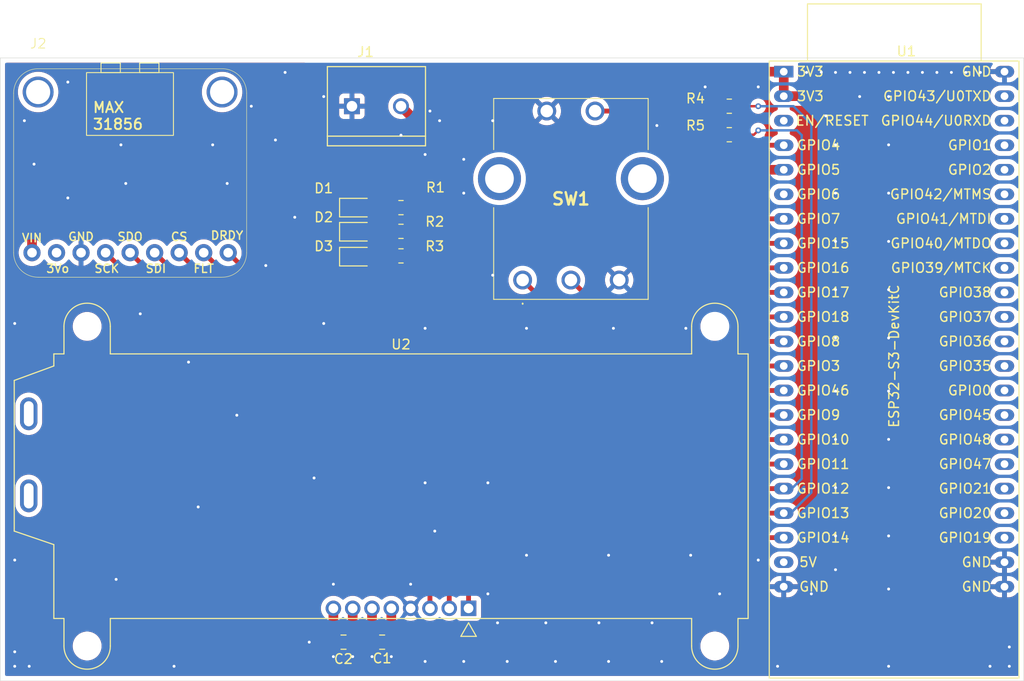
<source format=kicad_pcb>
(kicad_pcb (version 20241229) (generator "pcbnew") (generator_version "9.0")
  (title_block (title "Tube Furnace PCB") (date "2025-03-26") (rev "v2") (company "Waterloo Hacker Fab"))
  (layers (0 "F.Cu" signal) (2 "B.Cu" signal) (13 "F.Paste" user) (15 "B.Paste" user) (5 "F.SilkS" user "F.Silkscreen") (7 "B.SilkS" user "B.Silkscreen") (1 "F.Mask" user) (3 "B.Mask" user) (25 "Edge.Cuts" user))
  (net 0 "")
  (net 1 "GND")
  (net 2 "+3.3V")
  (net 3 "+5V")
  (net 4 "/SSR_PWM")
  (net 5 "Net-(D3-A)")
  (net 6 "Net-(D2-A)")
  (net 7 "Net-(D1-A)")
  (net 8 "Net-(U2-VOUT)")
  (net 9 "Net-(U2-C1+)")
  (net 10 "Net-(U2-C1-)")
  (net 13 "/SCL")
  (net 14 "/SDA")
  (net 15 "/ENC_B")
  (net 16 "/ENC_A")
  (net 17 "/ENC_SW")
  (net 18 "/MAX_SDO")
  (net 19 "/MAX_SCK")
  (net 20 "/MAX_DRDY")
  (net 21 "/MAX_3.3VOUT")
  (net 22 "/MAX_SDI")
  (net 23 "/MAX_CS")
  (net 24 "/MAX_FAULT")
  (net 25 "/DISPLAY_RST")
  (net 26 "/LED_1")
  (net 27 "/LED_2")
  (net 28 "/LED_3")
  (footprint "Diode_SMD:D_0805_2012Metric_Pad1.15x1.40mm_HandSolder" (layer "F.Cu") (at 121 76.5)
    (property "Reference" "D2" (hide yes))
    (property "Value" "LED")
    (fp_line (start -1.86 -0.96) (end -1.86 0.96) (stroke (width 0.12)) (layer "F.SilkS"))
    (fp_line (start -1.86 0.96) (end 1 0.96) (stroke (width 0.12)) (layer "F.SilkS"))
    (fp_line (start 1 -0.96) (end -1.86 -0.96) (stroke (width 0.12)) (layer "F.SilkS"))
    (pad "1" smd roundrect (at -1.025 0) (size 1.15 1.4) (layers "F.Cu" "F.Mask" "F.Paste") (roundrect_rratio 0.217391) (net 1 "GND"))
    (pad "2" smd roundrect (at 1.025 0) (size 1.15 1.4) (layers "F.Cu" "F.Mask" "F.Paste") (roundrect_rratio 0.217391) (net 6 "Net-(D2-A)"))
  )
  (footprint "phoenix_footprints:TE_282837-2" (layer "F.Cu") (at 122.96 63.5)
    (property "Reference" "J1" (at -1.127255 -5.614945 0) (layer "F.SilkS") (effects (font (size 1.002039 1.002039))))
    (property "Value" "Screw_Terminal_01x02")
    (fp_line (start -5.08 -4.1) (end 5.08 -4.1) (stroke (width 0.127)) (layer "F.SilkS"))
    (fp_line (start -5.08 3.1) (end -5.08 -4.1) (stroke (width 0.127)) (layer "F.SilkS"))
    (fp_line (start -5.08 3.1) (end 5.08 3.1) (stroke (width 0.127)) (layer "F.SilkS"))
    (fp_line (start -5.08 4.1) (end -5.08 3.1) (stroke (width 0.127)) (layer "F.SilkS"))
    (fp_line (start 5.08 -4.1) (end 5.08 3.1) (stroke (width 0.127)) (layer "F.SilkS"))
    (fp_line (start 5.08 3.1) (end 5.08 4.1) (stroke (width 0.127)) (layer "F.SilkS"))
    (fp_line (start 5.08 4.1) (end -5.08 4.1) (stroke (width 0.127)) (layer "F.SilkS"))
    (pad "1" thru_hole rect (at -2.54 0) (size 1.65 1.65) (drill 1.1) (layers "*.Cu" "*.Mask") (net 1 "GND"))
    (pad "2" thru_hole circle (at 2.54 0) (size 1.65 1.65) (drill 1.1) (layers "*.Cu" "*.Mask") (net 4 "/SSR_PWM"))
  )
  (footprint "Capacitor_SMD:C_0805_2012Metric" (layer "F.Cu") (at 123.55 119 180)
    (property "Reference" "C1" (at 0 -1.68 0) (layer "F.SilkS"))
    (property "Value" "1uF")
    (fp_line (start -0.261252 0.735) (end 0.261252 0.735) (stroke (width 0.12)) (layer "F.SilkS"))
    (fp_line (start -0.261252 -0.735) (end 0.261252 -0.735) (stroke (width 0.12)) (layer "F.SilkS"))
    (pad "1" smd roundrect (at -0.95 0 180) (size 1 1.45) (layers "F.Cu" "F.Mask" "F.Paste") (net 2 "+3.3V"))
    (pad "2" smd roundrect (at 0.95 0 180) (size 1 1.45) (layers "F.Cu" "F.Mask" "F.Paste") (net 8 "Net-(U2-VOUT)"))
  )
  (footprint "Resistor_SMD:R_0805_2012Metric_Pad1.20x1.40mm_HandSolder" (layer "F.Cu") (at 125.5 76.46 180)
    (property "Reference" "R2" (at -3.5 1 0) (layer "F.SilkS"))
    (property "Value" "220")
    (fp_line (start -0.227064 0.735) (end 0.227064 0.735) (stroke (width 0.12)) (layer "F.SilkS"))
    (fp_line (start -0.227064 -0.735) (end 0.227064 -0.735) (stroke (width 0.12)) (layer "F.SilkS"))
    (pad "1" smd roundrect (at -1 0 180) (size 1.2 1.4) (layers "F.Cu" "F.Mask" "F.Paste") (roundrect_rratio 0.208333) (net 27 "/LED_2"))
    (pad "2" smd roundrect (at 1 0 180) (size 1.2 1.4) (layers "F.Cu" "F.Mask" "F.Paste") (roundrect_rratio 0.208333) (net 6 "Net-(D2-A)"))
  )
  (footprint "Capacitor_SMD:C_0805_2012Metric" (layer "F.Cu") (at 119.55 119 180)
    (property "Reference" "C2" (at 0.008519 -1.745267 0) (layer "F.SilkS"))
    (property "Value" "1uF")
    (fp_line (start -0.261252 0.735) (end 0.261252 0.735) (stroke (width 0.12)) (layer "F.SilkS"))
    (fp_line (start -0.261252 -0.735) (end 0.261252 -0.735) (stroke (width 0.12)) (layer "F.SilkS"))
    (pad "1" smd roundrect (at -0.95 0 180) (size 1 1.45) (layers "F.Cu" "F.Mask" "F.Paste") (net 9 "Net-(U2-C1+)"))
    (pad "2" smd roundrect (at 0.95 0 180) (size 1 1.45) (layers "F.Cu" "F.Mask" "F.Paste") (net 10 "Net-(U2-C1-)"))
  )
  (footprint "Resistor_SMD:R_0805_2012Metric_Pad1.20x1.40mm_HandSolder" (layer "F.Cu") (at 125.5 79 180)
    (property "Reference" "R3" (at -3.5 1 0) (layer "F.SilkS"))
    (property "Value" "220")
    (fp_line (start -0.227064 0.735) (end 0.227064 0.735) (stroke (width 0.12)) (layer "F.SilkS"))
    (fp_line (start -0.227064 -0.735) (end 0.227064 -0.735) (stroke (width 0.12)) (layer "F.SilkS"))
    (pad "1" smd roundrect (at -1 0 180) (size 1.2 1.4) (layers "F.Cu" "F.Mask" "F.Paste") (roundrect_rratio 0.208333) (net 28 "/LED_3"))
    (pad "2" smd roundrect (at 1 0 180) (size 1.2 1.4) (layers "F.Cu" "F.Mask" "F.Paste") (roundrect_rratio 0.208333) (net 5 "Net-(D3-A)"))
  )
  (footprint "!footprints:PEC164120FS0012" (layer "F.Cu") (at 138.1 81.5)
    (property "Reference" "SW1" (at 5 -8.4 0) (layer "F.SilkS") (effects (font (size 1.27 1.27) (thickness 0.254))))
    (property "Value" "RotaryEncoder_Switch" (hide yes))
    (fp_line (start -3 -18.8) (end -3 -13.5) (stroke (width 0.1)) (layer "F.SilkS"))
    (fp_line (start -3 -7.5) (end -3 2) (stroke (width 0.1)) (layer "F.SilkS"))
    (fp_line (start -3 2) (end 13 2) (stroke (width 0.1)) (layer "F.SilkS"))
    (fp_line (start 0 2.4) (end 0 2.4) (stroke (width 0.1)) (layer "F.SilkS"))
    (fp_line (start 0 2.5) (end 0 2.5) (stroke (width 0.1)) (layer "F.SilkS"))
    (fp_line (start 13 -18.8) (end -3 -18.8) (stroke (width 0.1)) (layer "F.SilkS"))
    (fp_line (start 13 -13.5) (end 13 -18.8) (stroke (width 0.1)) (layer "F.SilkS"))
    (fp_line (start 13 2) (end 13 -7.5) (stroke (width 0.1)) (layer "F.SilkS"))
    (fp_arc (start 0 2.4) (mid 0.05 2.45) (end 0 2.5) (stroke (width 0.1)) (layer "F.SilkS"))
    (fp_arc (start 0 2.5) (mid -0.05 2.45) (end 0 2.4) (stroke (width 0.1)) (layer "F.SilkS"))
    (pad "A" thru_hole circle (at 0 0) (size 1.95 1.95) (drill 1.3) (layers "*.Cu" "*.Mask") (net 16 "/ENC_A"))
    (pad "B" thru_hole circle (at 5 0) (size 1.95 1.95) (drill 1.3) (layers "*.Cu" "*.Mask") (net 15 "/ENC_B"))
    (pad "C" thru_hole circle (at 10 0) (size 1.95 1.95) (drill 1.3) (layers "*.Cu" "*.Mask") (net 1 "GND"))
    (pad "MH1" thru_hole circle (at -2.4 -10.5) (size 4.46 4.46) (drill 2.9732) (layers "*.Cu" "*.Mask"))
    (pad "MH2" thru_hole circle (at 12.4 -10.5) (size 4.46 4.46) (drill 2.9732) (layers "*.Cu" "*.Mask"))
    (pad "S1" thru_hole circle (at 2.5 -17.5) (size 1.95 1.95) (drill 1.3) (layers "*.Cu" "*.Mask") (net 1 "GND"))
    (pad "S2" thru_hole circle (at 7.5 -17.5) (size 1.95 1.95) (drill 1.3) (layers "*.Cu" "*.Mask") (net 17 "/ENC_SW"))
  )
  (footprint "Diode_SMD:D_0805_2012Metric_Pad1.15x1.40mm_HandSolder" (layer "F.Cu") (at 121 79.08)
    (property "Reference" "D3" (hide yes))
    (property "Value" "LED")
    (fp_line (start -1.86 -0.96) (end -1.86 0.96) (stroke (width 0.12)) (layer "F.SilkS"))
    (fp_line (start -1.86 0.96) (end 1 0.96) (stroke (width 0.12)) (layer "F.SilkS"))
    (fp_line (start 1 -0.96) (end -1.86 -0.96) (stroke (width 0.12)) (layer "F.SilkS"))
    (pad "1" smd roundrect (at -1.025 0) (size 1.15 1.4) (layers "F.Cu" "F.Mask" "F.Paste") (roundrect_rratio 0.217391) (net 1 "GND"))
    (pad "2" smd roundrect (at 1.025 0) (size 1.15 1.4) (layers "F.Cu" "F.Mask" "F.Paste") (roundrect_rratio 0.217391) (net 5 "Net-(D3-A)"))
  )
  (footprint "Resistor_SMD:R_0805_2012Metric_Pad1.20x1.40mm_HandSolder" (layer "F.Cu") (at 159.5 66.45)
    (property "Reference" "R5" (at -3.5 -0.95 0) (layer "F.SilkS"))
    (property "Value" "4.7k")
    (fp_line (start -0.227064 -0.735) (end 0.227064 -0.735) (stroke (width 0.12)) (layer "F.SilkS"))
    (fp_line (start -0.227064 0.735) (end 0.227064 0.735) (stroke (width 0.12)) (layer "F.SilkS"))
    (pad "1" smd roundrect (at -1 0) (size 1.2 1.4) (layers "F.Cu" "F.Mask" "F.Paste") (roundrect_rratio 0.208333) (net 2 "+3.3V"))
    (pad "2" smd roundrect (at 1 0) (size 1.2 1.4) (layers "F.Cu" "F.Mask" "F.Paste") (roundrect_rratio 0.208333) (net 14 "/SDA"))
  )
  (footprint "Resistor_SMD:R_0805_2012Metric_Pad1.20x1.40mm_HandSolder" (layer "F.Cu") (at 159.5 63.5)
    (property "Reference" "R4" (at -3.5 -0.8 0) (layer "F.SilkS"))
    (property "Value" "4.7k")
    (fp_line (start -0.227064 -0.735) (end 0.227064 -0.735) (stroke (width 0.12)) (layer "F.SilkS"))
    (fp_line (start -0.227064 0.735) (end 0.227064 0.735) (stroke (width 0.12)) (layer "F.SilkS"))
    (pad "1" smd roundrect (at -1 0) (size 1.2 1.4) (layers "F.Cu" "F.Mask" "F.Paste") (roundrect_rratio 0.208333) (net 2 "+3.3V"))
    (pad "2" smd roundrect (at 1 0) (size 1.2 1.4) (layers "F.Cu" "F.Mask" "F.Paste") (roundrect_rratio 0.208333) (net 13 "/SCL"))
  )
  (footprint "Diode_SMD:D_0805_2012Metric_Pad1.15x1.40mm_HandSolder" (layer "F.Cu") (at 121 74)
    (property "Reference" "D1" (hide yes))
    (property "Value" "LED")
    (fp_line (start -1.86 -0.96) (end -1.86 0.96) (stroke (width 0.12)) (layer "F.SilkS"))
    (fp_line (start -1.86 0.96) (end 1 0.96) (stroke (width 0.12)) (layer "F.SilkS"))
    (fp_line (start 1 -0.96) (end -1.86 -0.96) (stroke (width 0.12)) (layer "F.SilkS"))
    (pad "1" smd roundrect (at -1.025 0) (size 1.15 1.4) (layers "F.Cu" "F.Mask" "F.Paste") (roundrect_rratio 0.217391) (net 1 "GND"))
    (pad "2" smd roundrect (at 1.025 0) (size 1.15 1.4) (layers "F.Cu" "F.Mask" "F.Paste") (roundrect_rratio 0.217391) (net 7 "Net-(D1-A)"))
  )
  (footprint "Display:NHD-C0220BiZ" (layer "F.Cu") (at 125.5 99.6)
    (property "Reference" "U2" (at 0 -11.43 0) (layer "F.SilkS"))
    (property "Value" "NHD-C0220BIZ")
    (fp_line (start -40.05 -7.7) (end -40.05 7.9) (stroke (width 0.12)) (layer "F.SilkS"))
    (fp_line (start -40.05 7.9) (end -35.95 9.3) (stroke (width 0.12)) (layer "F.SilkS"))
    (fp_line (start -35.95 -10.45) (end -35.95 -9.2) (stroke (width 0.12)) (layer "F.SilkS"))
    (fp_line (start -35.95 -9.2) (end -40.05 -7.7) (stroke (width 0.12)) (layer "F.SilkS"))
    (fp_line (start -35.95 9.3) (end -35.95 16.95) (stroke (width 0.12)) (layer "F.SilkS"))
    (fp_line (start -35.95 16.95) (end -34.9 16.95) (stroke (width 0.12)) (layer "F.SilkS"))
    (fp_line (start -34.9 -13.3) (end -34.9 -10.45) (stroke (width 0.12)) (layer "F.SilkS"))
    (fp_line (start -34.9 -10.45) (end -35.95 -10.45) (stroke (width 0.12)) (layer "F.SilkS"))
    (fp_line (start -34.9 16.95) (end -34.9 19.8) (stroke (width 0.12)) (layer "F.SilkS"))
    (fp_line (start -30.1 -10.45) (end -30.1 -13.3) (stroke (width 0.12)) (layer "F.SilkS"))
    (fp_line (start -30.1 16.95) (end 30.1 16.95) (stroke (width 0.12)) (layer "F.SilkS"))
    (fp_line (start -30.1 19.8) (end -30.1 16.95) (stroke (width 0.12)) (layer "F.SilkS"))
    (fp_line (start 6.2 18.8) (end 7 17.4) (stroke (width 0.12)) (layer "F.SilkS"))
    (fp_line (start 6.2 18.8) (end 7.8 18.8) (stroke (width 0.12)) (layer "F.SilkS"))
    (fp_line (start 7 17.4) (end 7.8 18.8) (stroke (width 0.12)) (layer "F.SilkS"))
    (fp_line (start 30.1 -13.3) (end 30.1 -10.45) (stroke (width 0.12)) (layer "F.SilkS"))
    (fp_line (start 30.1 -10.45) (end -30.1 -10.45) (stroke (width 0.12)) (layer "F.SilkS"))
    (fp_line (start 30.1 16.95) (end 30.1 19.8) (stroke (width 0.12)) (layer "F.SilkS"))
    (fp_line (start 34.9 -10.45) (end 34.9 -13.3) (stroke (width 0.12)) (layer "F.SilkS"))
    (fp_line (start 34.9 16.95) (end 35.95 16.95) (stroke (width 0.12)) (layer "F.SilkS"))
    (fp_line (start 34.9 19.8) (end 34.9 16.95) (stroke (width 0.12)) (layer "F.SilkS"))
    (fp_line (start 35.95 -10.45) (end 34.9 -10.45) (stroke (width 0.12)) (layer "F.SilkS"))
    (fp_line (start 35.95 16.95) (end 35.95 -10.45) (stroke (width 0.12)) (layer "F.SilkS"))
    (fp_arc (start -34.9 -13.3) (mid -32.5 -15.7) (end -30.1 -13.3) (stroke (width 0.12)) (layer "F.SilkS"))
    (fp_arc (start -30.1 19.8) (mid -32.5 22.2) (end -34.9 19.8) (stroke (width 0.12)) (layer "F.SilkS"))
    (fp_arc (start 30.1 -13.3) (mid 32.5 -15.7) (end 34.9 -13.3) (stroke (width 0.12)) (layer "F.SilkS"))
    (fp_arc (start 34.9 19.8) (mid 32.5 22.2) (end 30.1 19.8) (stroke (width 0.12)) (layer "F.SilkS"))
    (pad "" np_thru_hole circle (at -32.5 -13.3) (size 2.5 2.5) (drill 2.5) (layers "*.Cu" "*.Mask"))
    (pad "" np_thru_hole circle (at -32.5 19.8) (size 2.5 2.5) (drill 2.5) (layers "*.Cu" "*.Mask"))
    (pad "" np_thru_hole circle (at 32.5 -13.3) (size 2.5 2.5) (drill 2.5) (layers "*.Cu" "*.Mask"))
    (pad "" np_thru_hole circle (at 32.5 19.8) (size 2.5 2.5) (drill 2.5) (layers "*.Cu" "*.Mask"))
    (pad "1" thru_hole rect (at 7 15.9) (size 1.6 1.6) (drill 1) (layers "*.Cu" "*.Mask") (net 25 "/DISPLAY_RST"))
    (pad "2" thru_hole circle (at 5 15.9) (size 1.6 1.6) (drill 1) (layers "*.Cu" "*.Mask") (net 13 "/SCL"))
    (pad "3" thru_hole circle (at 3 15.9) (size 1.6 1.6) (drill 1) (layers "*.Cu" "*.Mask") (net 14 "/SDA"))
    (pad "4" thru_hole circle (at 1 15.9) (size 1.6 1.6) (drill 1) (layers "*.Cu" "*.Mask") (net 1 "GND"))
    (pad "5" thru_hole circle (at -1 15.9) (size 1.6 1.6) (drill 1) (layers "*.Cu" "*.Mask") (net 2 "+3.3V"))
    (pad "6" thru_hole circle (at -3 15.9) (size 1.6 1.6) (drill 1) (layers "*.Cu" "*.Mask") (net 8 "Net-(U2-VOUT)"))
    (pad "7" thru_hole circle (at -5 15.9) (size 1.6 1.6) (drill 1) (layers "*.Cu" "*.Mask") (net 9 "Net-(U2-C1+)"))
    (pad "8" thru_hole circle (at -7 15.9) (size 1.6 1.6) (drill 1) (layers "*.Cu" "*.Mask") (net 10 "Net-(U2-C1-)"))
    (pad "9" thru_hole oval (at -38.55 4.25) (size 1.8 3.4) (drill oval 1 2.6) (layers "*.Cu" "*.Mask"))
    (pad "10" thru_hole oval (at -38.55 -4.25) (size 1.8 3.4) (drill oval 1 2.6) (layers "*.Cu" "*.Mask"))
  )
  (footprint "PCM_Espressif:ESP32-S3-DevKitC" (layer "F.Cu") (at 165.14 59.92)
    (property "Reference" "U1" (at 12.7 -2.1 0) (layer "F.SilkS"))
    (property "Value" "ESP32-S3-DevKitC" (at 11.42632 29.46128 90) (layer "F.SilkS"))
    (fp_line (start -1.5 62.79728) (end 24.359999 62.79728) (stroke (width 0.12)) (layer "F.SilkS"))
    (fp_line (start -1.499999 -1.1) (end -1.5 62.79728) (stroke (width 0.12)) (layer "F.SilkS"))
    (fp_line (start 2.46012 -7.01312) (end 20.44332 -7.01312) (stroke (width 0.12)) (layer "F.SilkS"))
    (fp_line (start 2.46012 -1.12032) (end 2.46012 -7.01312) (stroke (width 0.12)) (layer "F.SilkS"))
    (fp_line (start 20.44332 -7.01312) (end 20.44332 -1.12032) (stroke (width 0.12)) (layer "F.SilkS"))
    (fp_line (start 24.359999 62.79728) (end 24.36 -1.1) (stroke (width 0.12)) (layer "F.SilkS"))
    (fp_line (start 24.36 -1.1) (end -1.499999 -1.1) (stroke (width 0.12)) (layer "F.SilkS"))
    (fp_text user "GPIO47" (at 21.59 40.64 0) (layer "F.SilkS") (effects (justify right)))
    (fp_text user "3V3" (at 1.27 0 0) (layer "F.SilkS") (effects (justify left)))
    (fp_text user "GPIO18" (at 1.27 25.4 0) (layer "F.SilkS") (effects (justify left)))
    (fp_text user "GND" (at 1.52032 53.33728 0) (layer "F.SilkS") (effects (justify left)))
    (fp_text user "GPIO12" (at 1.27 43.18 0) (layer "F.SilkS") (effects (justify left)))
    (fp_text user "GPIO11" (at 1.27 40.64 0) (layer "F.SilkS") (effects (justify left)))
    (fp_text user "GPIO48" (at 21.59 38.1 0) (layer "F.SilkS") (effects (justify right)))
    (fp_text user "GPIO2" (at 21.59 10.16 0) (layer "F.SilkS") (effects (justify right)))
    (fp_text user "GPIO36" (at 21.59 27.94 0) (layer "F.SilkS") (effects (justify right)))
    (fp_text user "3V3" (at 1.27 2.54 0) (layer "F.SilkS") (effects (justify left)))
    (fp_text user "GPIO40/MTDO" (at 21.59 17.78 0) (layer "F.SilkS") (effects (justify right)))
    (fp_text user "GPIO9" (at 1.27 35.56 0) (layer "F.SilkS") (effects (justify left)))
    (fp_text user "GND" (at 21.59 50.8 0) (layer "F.SilkS") (effects (justify right)))
    (fp_text user "GPIO17" (at 1.27 22.86 0) (layer "F.SilkS") (effects (justify left)))
    (fp_text user "GPIO21" (at 21.59 43.18 0) (layer "F.SilkS") (effects (justify right)))
    (fp_text user "GPIO6" (at 1.27 12.7 0) (layer "F.SilkS") (effects (justify left)))
    (fp_text user "GPIO5" (at 1.27 10.16 0) (layer "F.SilkS") (effects (justify left)))
    (fp_text user "GPIO19" (at 21.59 48.26 0) (layer "F.SilkS") (effects (justify right)))
    (fp_text user "GPIO37" (at 21.59 25.4 0) (layer "F.SilkS") (effects (justify right)))
    (fp_text user "GPIO20" (at 21.59 45.72 0) (layer "F.SilkS") (effects (justify right)))
    (fp_text user "GPIO38" (at 21.59 22.86 0) (layer "F.SilkS") (effects (justify right)))
    (fp_text user "GPIO7" (at 1.27 15.24 0) (layer "F.SilkS") (effects (justify left)))
    (fp_text user "GPIO39/MTCK" (at 21.59 20.32 0) (layer "F.SilkS") (effects (justify right)))
    (fp_text user "5V" (at 1.52032 50.79728 0) (layer "F.SilkS") (effects (justify left)))
    (fp_text user "GPIO44/U0RXD" (at 21.59 5.08 0) (layer "F.SilkS") (effects (justify right)))
    (fp_text user "GPIO0" (at 21.59 33.02 0) (layer "F.SilkS") (effects (justify right)))
    (fp_text user "GND" (at 21.59 0 0) (layer "F.SilkS") (effects (justify right)))
    (fp_text user "GPIO42/MTMS" (at 21.59 12.7 0) (layer "F.SilkS") (effects (justify right)))
    (fp_text user "GPIO4" (at 1.27 7.62 0) (layer "F.SilkS") (effects (justify left)))
    (fp_text user "GPIO10" (at 1.27 38.1 0) (layer "F.SilkS") (effects (justify left)))
    (fp_text user "GPIO13" (at 1.27 45.72 0) (layer "F.SilkS") (effects (justify left)))
    (fp_text user "GPIO46" (at 1.27 33.02 0) (layer "F.SilkS") (effects (justify left)))
    (fp_text user "GPIO8" (at 1.27 27.94 0) (layer "F.SilkS") (effects (justify left)))
    (fp_text user "GPIO41/MTDI" (at 21.59 15.24 0) (layer "F.SilkS") (effects (justify right)))
    (fp_text user "GPIO15" (at 1.27 17.78 0) (layer "F.SilkS") (effects (justify left)))
    (fp_text user "GPIO35" (at 21.59 30.48 0) (layer "F.SilkS") (effects (justify right)))
    (fp_text user "GND" (at 21.59 53.34 0) (layer "F.SilkS") (effects (justify right)))
    (fp_text user "GPIO14" (at 1.27 48.26 0) (layer "F.SilkS") (effects (justify left)))
    (fp_text user "GPIO1" (at 21.59 7.62 0) (layer "F.SilkS") (effects (justify right)))
    (fp_text user "GPIO43/U0TXD" (at 21.59 2.54 0) (layer "F.SilkS") (effects (justify right)))
    (fp_text user "GPIO45" (at 21.59 35.56 0) (layer "F.SilkS") (effects (justify right)))
    (fp_text user "GPIO16" (at 1.27 20.32 0) (layer "F.SilkS") (effects (justify left)))
    (fp_text user "GPIO3" (at 1.27 30.48 0) (layer "F.SilkS") (effects (justify left)))
    (fp_text user "EN/RESET" (at 8.88632 5.07728 0) (layer "F.SilkS") (effects (justify right)))
    (pad "1" thru_hole rect (at 0 0 270) (size 1.2 2) (drill 0.8) (layers "*.Cu" "*.Mask") (net 2 "+3.3V"))
    (pad "2" thru_hole oval (at 0 2.54 270) (size 1.2 2) (drill 0.8) (layers "*.Cu" "*.Mask") (net 2 "+3.3V"))
    (pad "3" thru_hole oval (at 0 5.08 270) (size 1.2 2) (drill 0.8) (layers "*.Cu" "*.Mask"))
    (pad "4" thru_hole oval (at 0 7.62 270) (size 1.2 2) (drill 0.8) (layers "*.Cu" "*.Mask") (net 17 "/ENC_SW"))
    (pad "5" thru_hole oval (at 0 10.16 270) (size 1.2 2) (drill 0.8) (layers "*.Cu" "*.Mask") (net 4 "/SSR_PWM"))
    (pad "6" thru_hole oval (at 0 12.7 270) (size 1.2 2) (drill 0.8) (layers "*.Cu" "*.Mask"))
    (pad "7" thru_hole oval (at 0 15.24 270) (size 1.2 2) (drill 0.8) (layers "*.Cu" "*.Mask") (net 26 "/LED_1"))
    (pad "8" thru_hole oval (at 0 17.78 270) (size 1.2 2) (drill 0.8) (layers "*.Cu" "*.Mask") (net 27 "/LED_2"))
    (pad "9" thru_hole oval (at 0 20.32 270) (size 1.2 2) (drill 0.8) (layers "*.Cu" "*.Mask") (net 28 "/LED_3"))
    (pad "10" thru_hole oval (at 0 22.86 270) (size 1.2 2) (drill 0.8) (layers "*.Cu" "*.Mask") (net 15 "/ENC_B"))
    (pad "11" thru_hole oval (at 0 25.4 270) (size 1.2 2) (drill 0.8) (layers "*.Cu" "*.Mask") (net 16 "/ENC_A"))
    (pad "12" thru_hole oval (at 0 27.94 270) (size 1.2 2) (drill 0.8) (layers "*.Cu" "*.Mask") (net 20 "/MAX_DRDY"))
    (pad "13" thru_hole oval (at 0 30.48 270) (size 1.2 2) (drill 0.8) (layers "*.Cu" "*.Mask") (net 24 "/MAX_FAULT"))
    (pad "14" thru_hole oval (at 0 33.02 270) (size 1.2 2) (drill 0.8) (layers "*.Cu" "*.Mask") (net 23 "/MAX_CS"))
    (pad "15" thru_hole oval (at 0 35.56 270) (size 1.2 2) (drill 0.8) (layers "*.Cu" "*.Mask") (net 22 "/MAX_SDI"))
    (pad "16" thru_hole oval (at 0 38.1 270) (size 1.2 2) (drill 0.8) (layers "*.Cu" "*.Mask") (net 18 "/MAX_SDO"))
    (pad "17" thru_hole oval (at 0 40.64 270) (size 1.2 2) (drill 0.8) (layers "*.Cu" "*.Mask") (net 19 "/MAX_SCK"))
    (pad "18" thru_hole oval (at 0 43.18 270) (size 1.2 2) (drill 0.8) (layers "*.Cu" "*.Mask") (net 14 "/SDA"))
    (pad "19" thru_hole oval (at 0 45.72 270) (size 1.2 2) (drill 0.8) (layers "*.Cu" "*.Mask") (net 13 "/SCL"))
    (pad "20" thru_hole oval (at -0.00368 48.25728 270) (size 1.2 2) (drill 0.8) (layers "*.Cu" "*.Mask") (net 25 "/DISPLAY_RST"))
    (pad "21" thru_hole oval (at -0.00368 50.79728 270) (size 1.2 2) (drill 0.8) (layers "*.Cu" "*.Mask") (net 3 "+5V"))
    (pad "22" thru_hole oval (at -0.00368 53.33728 270) (size 1.2 2) (drill 0.8) (layers "*.Cu" "*.Mask") (net 1 "GND"))
    (pad "23" thru_hole oval (at 22.86 53.34 270) (size 1.2 2) (drill 0.8) (layers "*.Cu" "*.Mask") (net 1 "GND"))
    (pad "24" thru_hole oval (at 22.86 50.8 270) (size 1.2 2) (drill 0.8) (layers "*.Cu" "*.Mask") (net 1 "GND"))
    (pad "25" thru_hole oval (at 22.86 48.26 270) (size 1.2 2) (drill 0.8) (layers "*.Cu" "*.Mask"))
    (pad "26" thru_hole oval (at 22.86 45.72 270) (size 1.2 2) (drill 0.8) (layers "*.Cu" "*.Mask"))
    (pad "27" thru_hole oval (at 22.86 43.18 270) (size 1.2 2) (drill 0.8) (layers "*.Cu" "*.Mask"))
    (pad "28" thru_hole oval (at 22.86 40.64 270) (size 1.2 2) (drill 0.8) (layers "*.Cu" "*.Mask"))
    (pad "29" thru_hole oval (at 22.86 38.1 270) (size 1.2 2) (drill 0.8) (layers "*.Cu" "*.Mask"))
    (pad "30" thru_hole oval (at 22.86 35.56 270) (size 1.2 2) (drill 0.8) (layers "*.Cu" "*.Mask"))
    (pad "31" thru_hole oval (at 22.86 33.02 270) (size 1.2 2) (drill 0.8) (layers "*.Cu" "*.Mask"))
    (pad "32" thru_hole oval (at 22.86 30.48 270) (size 1.2 2) (drill 0.8) (layers "*.Cu" "*.Mask"))
    (pad "33" thru_hole oval (at 22.86 27.94 270) (size 1.2 2) (drill 0.8) (layers "*.Cu" "*.Mask"))
    (pad "34" thru_hole oval (at 22.86 25.4 270) (size 1.2 2) (drill 0.8) (layers "*.Cu" "*.Mask"))
    (pad "35" thru_hole oval (at 22.86 22.86 270) (size 1.2 2) (drill 0.8) (layers "*.Cu" "*.Mask"))
    (pad "36" thru_hole oval (at 22.86 20.32 270) (size 1.2 2) (drill 0.8) (layers "*.Cu" "*.Mask"))
    (pad "37" thru_hole oval (at 22.86 17.78 270) (size 1.2 2) (drill 0.8) (layers "*.Cu" "*.Mask"))
    (pad "38" thru_hole oval (at 22.86 15.24 270) (size 1.2 2) (drill 0.8) (layers "*.Cu" "*.Mask"))
    (pad "39" thru_hole oval (at 22.86 12.7 270) (size 1.2 2) (drill 0.8) (layers "*.Cu" "*.Mask"))
    (pad "40" thru_hole oval (at 22.86 10.16 270) (size 1.2 2) (drill 0.8) (layers "*.Cu" "*.Mask"))
    (pad "41" thru_hole oval (at 22.86 7.62 270) (size 1.2 2) (drill 0.8) (layers "*.Cu" "*.Mask"))
    (pad "42" thru_hole oval (at 22.86 5.08 270) (size 1.2 2) (drill 0.8) (layers "*.Cu" "*.Mask"))
    (pad "43" thru_hole oval (at 22.86 2.54 270) (size 1.2 2) (drill 0.8) (layers "*.Cu" "*.Mask"))
    (pad "44" thru_hole oval (at 22.86 0 270) (size 1.2 2) (drill 0.8) (layers "*.Cu" "*.Mask") (net 1 "GND"))
  )
  (footprint "!footprints:MAX31856_HEADER" (layer "F.Cu") (at 87.936314 62.019686)
    (property "Reference" "J2" (at 0 -5 0) (layer "F.SilkS") (effects (font (thickness 0.1))))
    (property "Value" "Conn_01x09_Socket")
    (fp_line (start -2.551314 16.648314) (end -2.551314 0.138314) (stroke (width 0.05)) (layer "F.SilkS"))
    (fp_line (start -0.011314 -2.401686) (end 19.038686 -2.401686) (stroke (width 0.05)) (layer "F.SilkS"))
    (fp_line (start 19.012586 19.191516) (end -0.037414 19.191516) (stroke (width 0.05)) (layer "F.SilkS"))
    (fp_line (start 21.578686 0.138314) (end 21.578686 16.648314) (stroke (width 0.05)) (layer "F.SilkS"))
    (fp_rect (start 5 -2) (end 14 4.5) (stroke (width 0.1)) (fill no) (layer "F.SilkS"))
    (fp_rect (start 6.5 -3) (end 8.5 -2) (stroke (width 0.1)) (fill no) (layer "F.SilkS"))
    (fp_rect (start 10.5 -3) (end 12.5 -2) (stroke (width 0.1)) (fill no) (layer "F.SilkS"))
    (fp_arc (start -2.551314 0.138314) (mid -1.807365 -1.657737) (end -0.011314 -2.401686) (stroke (width 0.05)) (layer "F.SilkS"))
    (fp_arc (start -0.011314 19.188314) (mid -1.807365 18.444365) (end -2.551314 16.648314) (stroke (width 0.05)) (layer "F.SilkS"))
    (fp_arc (start 19.038686 -2.401686) (mid 20.834741 -1.657741) (end 21.578686 0.138314) (stroke (width 0.05)) (layer "F.SilkS"))
    (fp_arc (start 21.578686 16.648314) (mid 20.834736 18.444361) (end 19.038686 19.188314) (stroke (width 0.05)) (layer "F.SilkS"))
    (fp_text user "SCK" (at 7.100686 18.299314 0) (layer "F.SilkS") (effects (font (size 0.8636 0.8636) (thickness 0.1524))))
    (fp_text user "SDI" (at 12.180686 18.299314 0) (layer "F.SilkS") (effects (font (size 0.8636 0.8636) (thickness 0.1524))))
    (fp_text user "GND" (at 4.433686 14.997314 0) (layer "F.SilkS") (effects (font (size 0.8636 0.8636) (thickness 0.1524))))
    (fp_text user "FLT" (at 17.133686 18.299314 0) (layer "F.SilkS") (effects (font (size 0.8636 0.8636) (thickness 0.1524))))
    (fp_text user "3Vo" (at 2.020686 18.299314 0) (layer "F.SilkS") (effects (font (size 0.8636 0.8636) (thickness 0.1524))))
    (fp_text user "CS" (at 14.593686 14.997314 0) (layer "F.SilkS") (effects (font (size 0.8636 0.8636) (thickness 0.1524))))
    (fp_text user "SDO" (at 9.513686 14.997314 0) (layer "F.SilkS") (effects (font (size 0.8636 0.8636) (thickness 0.1524))))
    (fp_text user "DRDY" (at 19.546686 14.870314 0) (layer "F.SilkS") (effects (font (size 0.8636 0.8636) (thickness 0.1524))))
    (fp_text user "VIN" (at -0.646314 15.124314 0) (layer "F.SilkS") (effects (font (size 0.8636 0.8636) (thickness 0.1524))))
    (fp_text user "MAX\n31856" (at 5.563686 3.980314 0) (layer "F.SilkS") (effects (font (size 1.0795 1.0795) (thickness 0.1905)) (justify left bottom)))
    (pad "1" thru_hole circle (at 19.673686 16.648314 270) (size 1.778 1.778) (drill 1) (layers "*.Cu" "*.Mask") (net 20 "/MAX_DRDY"))
    (pad "2" thru_hole circle (at 17.133686 16.648314 270) (size 1.778 1.778) (drill 1) (layers "*.Cu" "*.Mask") (net 24 "/MAX_FAULT"))
    (pad "3" thru_hole circle (at 14.593686 16.648314 270) (size 1.778 1.778) (drill 1) (layers "*.Cu" "*.Mask") (net 23 "/MAX_CS"))
    (pad "4" thru_hole circle (at 12.053686 16.648314 270) (size 1.778 1.778) (drill 1) (layers "*.Cu" "*.Mask") (net 22 "/MAX_SDI"))
    (pad "5" thru_hole circle (at 9.513686 16.648314 270) (size 1.778 1.778) (drill 1) (layers "*.Cu" "*.Mask") (net 18 "/MAX_SDO"))
    (pad "6" thru_hole circle (at 6.973686 16.648314 270) (size 1.778 1.778) (drill 1) (layers "*.Cu" "*.Mask") (net 19 "/MAX_SCK"))
    (pad "7" thru_hole circle (at 4.433686 16.648314 270) (size 1.778 1.778) (drill 1) (layers "*.Cu" "*.Mask") (net 1 "GND"))
    (pad "8" thru_hole circle (at 1.893686 16.648314 270) (size 1.778 1.778) (drill 1) (layers "*.Cu" "*.Mask") (net 21 "/MAX_3.3VOUT"))
    (pad "9" thru_hole circle (at -0.646314 16.648314 270) (size 1.778 1.778) (drill 1) (layers "*.Cu" "*.Mask") (net 2 "+3.3V"))
    (pad "P$1" thru_hole circle (at -0.011314 0.011314) (size 3.2 3.2) (drill 2.5) (layers "*.Cu" "*.Mask"))
    (pad "P$1" thru_hole circle (at 19.038686 0.011314) (size 3.2 3.2) (drill 2.5) (layers "*.Cu" "*.Mask"))
    (zone (net 0) (net_name "") (layer "F.Cu") (connect_pads (clearance 0)) (min_thickness 0.25)
      (keepout (tracks not_allowed) (vias not_allowed) (pads not_allowed) (copperpour not_allowed) (footprints allowed))
      (fill (thermal_gap 0.5) (thermal_bridge_width 0.5))
      (polygon (pts (xy 89.941 62.031) (xy 89.92138 61.750427) (xy 89.862904 61.475315) (xy 89.766708 61.211019) (xy 89.634665 60.962683) (xy 89.469346 60.73514) (xy 89.273967 60.53282) (xy 89.052333 60.35966) (xy 88.808756 60.219031) (xy 88.547978 60.11367) (xy 88.275075 60.045628) (xy 87.995357 60.016228) (xy 87.714271 60.026044) (xy 87.437285 60.074884) (xy 87.169793 60.161797) (xy 86.917 60.285093) (xy 86.683826 60.44237) (xy 86.474811 60.630569) (xy 86.294022 60.846025) (xy 86.144978 61.084545) (xy 86.03058 61.341487) (xy 85.953054 61.61185) (xy 85.913911 61.890371) (xy 85.913911 62.171629) (xy 85.953054 62.45015) (xy 86.03058 62.720513) (xy 86.144978 62.977455) (xy 86.294022 63.215975) (xy 86.474811 63.431431) (xy 86.683826 63.61963) (xy 86.917 63.776907) (xy 87.169793 63.900203) (xy 87.437285 63.987116) (xy 87.714271 64.035956) (xy 87.995357 64.045772) (xy 88.275075 64.016372) (xy 88.547978 63.94833) (xy 88.808756 63.842969) (xy 89.052333 63.70234) (xy 89.273967 63.52918) (xy 89.469346 63.32686) (xy 89.634665 63.099317) (xy 89.766708 62.850981) (xy 89.862904 62.586685) (xy 89.92138 62.311573)))
      (polygon (pts (xy 87.909 62.031) (xy 87.913686 62.042314) (xy 87.925 62.047) (xy 87.936314 62.042314) (xy 87.941 62.031) (xy 87.936314 62.019686) (xy 87.925 62.015) (xy 87.913686 62.019686)))
    )
    (zone (net 0) (net_name "") (layer "F.Cu") (connect_pads (clearance 0)) (min_thickness 0.25)
      (keepout (tracks not_allowed) (vias not_allowed) (pads not_allowed) (copperpour not_allowed) (footprints allowed))
      (fill (thermal_gap 0.5) (thermal_bridge_width 0.5))
      (polygon (pts (xy 108.991 62.031) (xy 108.97138 61.750427) (xy 108.912904 61.475315) (xy 108.816708 61.211019) (xy 108.684665 60.962683) (xy 108.519346 60.73514) (xy 108.323967 60.53282) (xy 108.102333 60.35966) (xy 107.858756 60.219031) (xy 107.597978 60.11367) (xy 107.325075 60.045628) (xy 107.045357 60.016228) (xy 106.764271 60.026044) (xy 106.487285 60.074884) (xy 106.219793 60.161797) (xy 105.967 60.285093) (xy 105.733826 60.44237) (xy 105.524811 60.630569) (xy 105.344022 60.846025) (xy 105.194978 61.084545) (xy 105.08058 61.341487) (xy 105.003054 61.61185) (xy 104.963911 61.890371) (xy 104.963911 62.171629) (xy 105.003054 62.45015) (xy 105.08058 62.720513) (xy 105.194978 62.977455) (xy 105.344022 63.215975) (xy 105.524811 63.431431) (xy 105.733826 63.61963) (xy 105.967 63.776907) (xy 106.219793 63.900203) (xy 106.487285 63.987116) (xy 106.764271 64.035956) (xy 107.045357 64.045772) (xy 107.325075 64.016372) (xy 107.597978 63.94833) (xy 107.858756 63.842969) (xy 108.102333 63.70234) (xy 108.323967 63.52918) (xy 108.519346 63.32686) (xy 108.684665 63.099317) (xy 108.816708 62.850981) (xy 108.912904 62.586685) (xy 108.97138 62.311573)))
      (polygon (pts (xy 106.959 62.031) (xy 106.963686 62.042314) (xy 106.975 62.047) (xy 106.986314 62.042314) (xy 106.991 62.031) (xy 106.986314 62.019686) (xy 106.975 62.015) (xy 106.963686 62.019686)))
    )
    (zone (net 0) (net_name "") (layer "B.Cu") (connect_pads (clearance 0)) (min_thickness 0.25)
      (keepout (tracks not_allowed) (vias not_allowed) (pads not_allowed) (copperpour not_allowed) (footprints allowed))
      (fill (thermal_gap 0.5) (thermal_bridge_width 0.5))
      (polygon (pts (xy 89.941 62.031) (xy 89.92138 61.750427) (xy 89.862904 61.475315) (xy 89.766708 61.211019) (xy 89.634665 60.962683) (xy 89.469346 60.73514) (xy 89.273967 60.53282) (xy 89.052333 60.35966) (xy 88.808756 60.219031) (xy 88.547978 60.11367) (xy 88.275075 60.045628) (xy 87.995357 60.016228) (xy 87.714271 60.026044) (xy 87.437285 60.074884) (xy 87.169793 60.161797) (xy 86.917 60.285093) (xy 86.683826 60.44237) (xy 86.474811 60.630569) (xy 86.294022 60.846025) (xy 86.144978 61.084545) (xy 86.03058 61.341487) (xy 85.953054 61.61185) (xy 85.913911 61.890371) (xy 85.913911 62.171629) (xy 85.953054 62.45015) (xy 86.03058 62.720513) (xy 86.144978 62.977455) (xy 86.294022 63.215975) (xy 86.474811 63.431431) (xy 86.683826 63.61963) (xy 86.917 63.776907) (xy 87.169793 63.900203) (xy 87.437285 63.987116) (xy 87.714271 64.035956) (xy 87.995357 64.045772) (xy 88.275075 64.016372) (xy 88.547978 63.94833) (xy 88.808756 63.842969) (xy 89.052333 63.70234) (xy 89.273967 63.52918) (xy 89.469346 63.32686) (xy 89.634665 63.099317) (xy 89.766708 62.850981) (xy 89.862904 62.586685) (xy 89.92138 62.311573)))
      (polygon (pts (xy 87.909 62.031) (xy 87.913686 62.042314) (xy 87.925 62.047) (xy 87.936314 62.042314) (xy 87.941 62.031) (xy 87.936314 62.019686) (xy 87.925 62.015) (xy 87.913686 62.019686)))
    )
    (zone (net 0) (net_name "") (layer "B.Cu") (connect_pads (clearance 0)) (min_thickness 0.25)
      (keepout (tracks not_allowed) (vias not_allowed) (pads not_allowed) (copperpour not_allowed) (footprints allowed))
      (fill (thermal_gap 0.5) (thermal_bridge_width 0.5))
      (polygon (pts (xy 108.991 62.031) (xy 108.97138 61.750427) (xy 108.912904 61.475315) (xy 108.816708 61.211019) (xy 108.684665 60.962683) (xy 108.519346 60.73514) (xy 108.323967 60.53282) (xy 108.102333 60.35966) (xy 107.858756 60.219031) (xy 107.597978 60.11367) (xy 107.325075 60.045628) (xy 107.045357 60.016228) (xy 106.764271 60.026044) (xy 106.487285 60.074884) (xy 106.219793 60.161797) (xy 105.967 60.285093) (xy 105.733826 60.44237) (xy 105.524811 60.630569) (xy 105.344022 60.846025) (xy 105.194978 61.084545) (xy 105.08058 61.341487) (xy 105.003054 61.61185) (xy 104.963911 61.890371) (xy 104.963911 62.171629) (xy 105.003054 62.45015) (xy 105.08058 62.720513) (xy 105.194978 62.977455) (xy 105.344022 63.215975) (xy 105.524811 63.431431) (xy 105.733826 63.61963) (xy 105.967 63.776907) (xy 106.219793 63.900203) (xy 106.487285 63.987116) (xy 106.764271 64.035956) (xy 107.045357 64.045772) (xy 107.325075 64.016372) (xy 107.597978 63.94833) (xy 107.858756 63.842969) (xy 108.102333 63.70234) (xy 108.323967 63.52918) (xy 108.519346 63.32686) (xy 108.684665 63.099317) (xy 108.816708 62.850981) (xy 108.912904 62.586685) (xy 108.97138 62.311573)))
      (polygon (pts (xy 106.959 62.031) (xy 106.963686 62.042314) (xy 106.975 62.047) (xy 106.986314 62.042314) (xy 106.991 62.031) (xy 106.986314 62.019686) (xy 106.975 62.015) (xy 106.963686 62.019686)))
    )
  )
  (footprint "Resistor_SMD:R_0805_2012Metric_Pad1.20x1.40mm_HandSolder" (layer "F.Cu") (at 125.5 74 180)
    (property "Reference" "R1" (hide yes))
    (property "Value" "220")
    (fp_line (start -0.227064 0.735) (end 0.227064 0.735) (stroke (width 0.12)) (layer "F.SilkS"))
    (fp_line (start -0.227064 -0.735) (end 0.227064 -0.735) (stroke (width 0.12)) (layer "F.SilkS"))
    (pad "1" smd roundrect (at -1 0 180) (size 1.2 1.4) (layers "F.Cu" "F.Mask" "F.Paste") (roundrect_rratio 0.208333) (net 26 "/LED_1"))
    (pad "2" smd roundrect (at 1 0 180) (size 1.2 1.4) (layers "F.Cu" "F.Mask" "F.Paste") (roundrect_rratio 0.208333) (net 7 "Net-(D1-A)"))
  )
  (gr_rect (start 84 58.5) (end 190 123) (stroke (width 0.05)) (fill no) (layer "Edge.Cuts"))
  (gr_text "D3" (at 117.5 78 0) (layer "F.SilkS") (effects (font (size 1 1))))
  (gr_text "D1" (at 117.5 72 0) (layer "F.SilkS") (effects (font (size 1 1))))
  (gr_text "D2" (at 117.5 75 0) (layer "F.SilkS") (effects (font (size 1 1))))
  (gr_text "R1" (at 128 72.5 0) (layer "F.SilkS") (effects (font (size 1 1)) (justify left bottom)))
  (via (at 152.5 121) (size 0.6) (drill 0.3) (layers "F.Cu" "B.Cu") (net 1))
  (via (at 185.5 60) (size 0.6) (drill 0.3) (layers "F.Cu" "B.Cu") (net 1))
  (via (at 179.5 60) (size 0.6) (drill 0.3) (layers "F.Cu" "B.Cu") (net 1))
  (via (at 170.5 93) (size 0.6) (drill 0.3) (layers "F.Cu" "B.Cu") (net 1))
  (via (at 91 73) (size 0.6) (drill 0.3) (layers "F.Cu" "B.Cu") (net 1))
  (via (at 98.5 85) (size 0.6) (drill 0.3) (layers "F.Cu" "B.Cu") (net 1))
  (via (at 96.5 67.5) (size 0.6) (drill 0.3) (layers "F.Cu" "B.Cu") (net 1))
  (via (at 140.5 117) (size 0.6) (drill 0.3) (layers "F.Cu" "B.Cu") (net 1))
  (via (at 132 121) (size 0.6) (drill 0.3) (layers "F.Cu" "B.Cu") (net 1))
  (via (at 132 72.5) (size 0.6) (drill 0.3) (layers "F.Cu" "B.Cu") (net 1))
  (via (at 162.5 110.5) (size 0.6) (drill 0.3) (layers "F.Cu" "B.Cu") (net 1))
  (via (at 170.5 60) (size 0.6) (drill 0.3) (layers "F.Cu" "B.Cu") (net 1))
  (via (at 85.5 121.5) (size 0.6) (drill 0.3) (layers "F.Cu" "B.Cu") (net 1))
  (via (at 172 60) (size 0.6) (drill 0.3) (layers "F.Cu" "B.Cu") (net 1))
  (via (at 182.5 60) (size 0.6) (drill 0.3) (layers "F.Cu" "B.Cu") (net 1))
  (via (at 122.5 120.5) (size 0.6) (drill 0.3) (layers "F.Cu" "B.Cu") (net 1))
  (via (at 170.5 103) (size 0.6) (drill 0.3) (layers "F.Cu" "B.Cu") (net 1))
  (via (at 176 77.5) (size 0.6) (drill 0.3) (layers "F.Cu" "B.Cu") (net 1))
  (via (at 176 87.5) (size 0.6) (drill 0.3) (layers "F.Cu" "B.Cu") (net 1))
  (via (at 96 112.5) (size 0.6) (drill 0.3) (layers "F.Cu" "B.Cu") (net 1))
  (via (at 169.02461 59.973958) (size 0.6) (drill 0.3) (layers "F.Cu" "B.Cu") (net 1))
  (via (at 141.5 121) (size 0.6) (drill 0.3) (layers "F.Cu" "B.Cu") (net 1))
  (via (at 186.5 121.5) (size 0.6) (drill 0.3) (layers "F.Cu" "B.Cu") (net 1))
  (via (at 116.5 102) (size 0.6) (drill 0.3) (layers "F.Cu" "B.Cu") (net 1))
  (via (at 176 98) (size 0.6) (drill 0.3) (layers "F.Cu" "B.Cu") (net 1))
  (via (at 170.5 72.5) (size 0.6) (drill 0.3) (layers "F.Cu" "B.Cu") (net 1))
  (via (at 126.5 113) (size 0.6) (drill 0.3) (layers "F.Cu" "B.Cu") (net 1))
  (via (at 176.5 60) (size 0.6) (drill 0.3) (layers "F.Cu" "B.Cu") (net 1))
  (via (at 152 65.5) (size 0.6) (drill 0.3) (layers "F.Cu" "B.Cu") (net 1))
  (via (at 135 65) (size 0.6) (drill 0.3) (layers "F.Cu" "B.Cu") (net 1))
  (via (at 188.5 119.5) (size 0.6) (drill 0.3) (layers "F.Cu" "B.Cu") (net 1))
  (via (at 164.5 121.5) (size 0.6) (drill 0.3) (layers "F.Cu" "B.Cu") (net 1))
  (via (at 87 121.5) (size 0.6) (drill 0.3) (layers "F.Cu" "B.Cu") (net 1))
  (via (at 128 86.5) (size 0.6) (drill 0.3) (layers "F.Cu" "B.Cu") (net 1))
  (via (at 147.5 86.5) (size 0.6) (drill 0.3) (layers "F.Cu" "B.Cu") (net 1))
  (via (at 178 60) (size 0.6) (drill 0.3) (layers "F.Cu" "B.Cu") (net 1))
  (via (at 175 60) (size 0.6) (drill 0.3) (layers "F.Cu" "B.Cu") (net 1))
  (via (at 125.5 66.5) (size 0.6) (drill 0.3) (layers "F.Cu" "B.Cu") (net 1))
  (via (at 136.5 121) (size 0.6) (drill 0.3) (layers "F.Cu" "B.Cu") (net 1))
  (via (at 97 71.5) (size 0.6) (drill 0.3) (layers "F.Cu" "B.Cu") (net 1))
  (via (at 176 82.5) (size 0.6) (drill 0.3) (layers "F.Cu" "B.Cu") (net 1))
  (via (at 87.5 69.5) (size 0.6) (drill 0.3) (layers "F.Cu" "B.Cu") (net 1))
  (via (at 117.5 86) (size 0.6) (drill 0.3) (layers "F.Cu" "B.Cu") (net 1))
  (via (at 85.5 110.5) (size 0.6) (drill 0.3) (layers "F.Cu" "B.Cu") (net 1))
  (via (at 134.5 114) (size 0.6) (drill 0.3) (layers "F.Cu" "B.Cu") (net 1))
  (via (at 120.5 120.5) (size 0.6) (drill 0.3) (layers "F.Cu" "B.Cu") (net 1))
  (via (at 118.5 120.5) (size 0.6) (drill 0.3) (layers "F.Cu" "B.Cu") (net 1))
  (via (at 102 121.5) (size 0.6) (drill 0.3) (layers "F.Cu" "B.Cu") (net 1))
  (via (at 129.5 65) (size 0.6) (drill 0.3) (layers "F.Cu" "B.Cu") (net 1))
  (via (at 138.5 110) (size 0.6) (drill 0.3) (layers "F.Cu" "B.Cu") (net 1))
  (via (at 108.5 95.5) (size 0.6) (drill 0.3) (layers "F.Cu" "B.Cu") (net 1))
  (via (at 116 119) (size 0.6) (drill 0.3) (layers "F.Cu" "B.Cu") (net 1))
  (via (at 176 121.5) (size 0.6) (drill 0.3) (layers "F.Cu" "B.Cu") (net 1))
  (via (at 132 69) (size 0.6) (drill 0.3) (layers "F.Cu" "B.Cu") (net 1))
  (via (at 128 121) (size 0.6) (drill 0.3) (layers "F.Cu" "B.Cu") (net 1))
  (via (at 117.5 62.5) (size 0.6) (drill 0.3) (layers "F.Cu" "B.Cu") (net 1))
  (via (at 112.5 67) (size 0.6) (drill 0.3) (layers "F.Cu" "B.Cu") (net 1))
  (via (at 124.5 120.5) (size 0.6) (drill 0.3) (layers "F.Cu" "B.Cu") (net 1))
  (via (at 85.5 120) (size 0.6) (drill 0.3) (layers "F.Cu" "B.Cu") (net 1))
  (via (at 170.5 98) (size 0.6) (drill 0.3) (layers "F.Cu" "B.Cu") (net 1))
  (via (at 91 61) (size 0.6) (drill 0.3) (layers "F.Cu" "B.Cu") (net 1))
  (via (at 169.5 64.5) (size 0.6) (drill 0.3) (layers "F.Cu" "B.Cu") (net 1))
  (via (at 170.5 87.5) (size 0.6) (drill 0.3) (layers "F.Cu" "B.Cu") (net 1))
  (via (at 184 60) (size 0.6) (drill 0.3) (layers "F.Cu" "B.Cu") (net 1))
  (via (at 114.5 75) (size 0.6) (drill 0.3) (layers "F.Cu" "B.Cu") (net 1))
  (via (at 128 102.5) (size 0.6) (drill 0.3) (layers "F.Cu" "B.Cu") (net 1))
  (via (at 107.5 71.5) (size 0.6) (drill 0.3) (layers "F.Cu" "B.Cu") (net 1))
  (via (at 85.5 86) (size 0.6) (drill 0.3) (layers "F.Cu" "B.Cu") (net 1))
  (via (at 158.5 114) (size 0.6) (drill 0.3) (layers "F.Cu" "B.Cu") (net 1))
  (via (at 170.5 111.5) (size 0.6) (drill 0.3) (layers "F.Cu" "B.Cu") (net 1))
  (via (at 113.5 60) (size 0.6) (drill 0.3) (layers "F.Cu" "B.Cu") (net 1))
  (via (at 176 62.5) (size 0.6) (drill 0.3) (layers "F.Cu" "B.Cu") (net 1))
  (via (at 188.5 121.5) (size 0.6) (drill 0.3) (layers "F.Cu" "B.Cu") (net 1))
  (via (at 146 117) (size 0.6) (drill 0.3) (layers "F.Cu" "B.Cu") (net 1))
  (via (at 170.5 77.5) (size 0.6) (drill 0.3) (layers "F.Cu" "B.Cu") (net 1))
  (via (at 151.5 117) (size 0.6) (drill 0.3) (layers "F.Cu" "B.Cu") (net 1))
  (via (at 173 62.5) (size 0.6) (drill 0.3) (layers "F.Cu" "B.Cu") (net 1))
  (via (at 128 68.5) (size 0.6) (drill 0.3) (layers "F.Cu" "B.Cu") (net 1))
  (via (at 86.5 65) (size 0.6) (drill 0.3) (layers "F.Cu" "B.Cu") (net 1))
  (via (at 170.5 108) (size 0.6) (drill 0.3) (layers "F.Cu" "B.Cu") (net 1))
  (via (at 103.5 90) (size 0.6) (drill 0.3) (layers "F.Cu" "B.Cu") (net 1))
  (via (at 111.5 80) (size 0.6) (drill 0.3) (layers "F.Cu" "B.Cu") (net 1))
  (via (at 135.5 117) (size 0.6) (drill 0.3) (layers "F.Cu" "B.Cu") (net 1))
  (via (at 181 60) (size 0.6) (drill 0.3) (layers "F.Cu" "B.Cu") (net 1))
  (via (at 147 121) (size 0.6) (drill 0.3) (layers "F.Cu" "B.Cu") (net 1))
  (via (at 176 108) (size 0.6) (drill 0.3) (layers "F.Cu" "B.Cu") (net 1))
  (via (at 147 110) (size 0.6) (drill 0.3) (layers "F.Cu" "B.Cu") (net 1))
  (via (at 135 81) (size 0.6) (drill 0.3) (layers "F.Cu" "B.Cu") (net 1))
  (via (at 176 67.5) (size 0.6) (drill 0.3) (layers "F.Cu" "B.Cu") (net 1))
  (via (at 118.5 113) (size 0.6) (drill 0.3) (layers "F.Cu" "B.Cu") (net 1))
  (via (at 106 67.5) (size 0.6) (drill 0.3) (layers "F.Cu" "B.Cu") (net 1))
  (via (at 176 72.5) (size 0.6) (drill 0.3) (layers "F.Cu" "B.Cu") (net 1))
  (via (at 176 113.5) (size 0.6) (drill 0.3) (layers "F.Cu" "B.Cu") (net 1))
  (via (at 170.5 82.5) (size 0.6) (drill 0.3) (layers "F.Cu" "B.Cu") (net 1))
  (via (at 128.5 64) (size 0.6) (drill 0.3) (layers "F.Cu" "B.Cu") (net 1))
  (via (at 176 103) (size 0.6) (drill 0.3) (layers "F.Cu" "B.Cu") (net 1))
  (via (at 155.5 110) (size 0.6) (drill 0.3) (layers "F.Cu" "B.Cu") (net 1))
  (via (at 134.5 102.5) (size 0.6) (drill 0.3) (layers "F.Cu" "B.Cu") (net 1))
  (via (at 173.5 60) (size 0.6) (drill 0.3) (layers "F.Cu" "B.Cu") (net 1))
  (via (at 129 107.5) (size 0.6) (drill 0.3) (layers "F.Cu" "B.Cu") (net 1))
  (via (at 162.5 61.5) (size 0.6) (drill 0.3) (layers "F.Cu" "B.Cu") (net 1))
  (via (at 104.5 105) (size 0.6) (drill 0.3) (layers "F.Cu" "B.Cu") (net 1))
  (via (at 110 63.5) (size 0.6) (drill 0.3) (layers "F.Cu" "B.Cu") (net 1))
  (via (at 155 86.5) (size 0.6) (drill 0.3) (layers "F.Cu" "B.Cu") (net 1))
  (via (at 157 61.5) (size 0.6) (drill 0.3) (layers "F.Cu" "B.Cu") (net 1))
  (via (at 168 114) (size 0.6) (drill 0.3) (layers "F.Cu" "B.Cu") (net 1))
  (via (at 167.5 60) (size 0.6) (drill 0.3) (layers "F.Cu" "B.Cu") (net 1))
  (via (at 138.5 86.5) (size 0.6) (drill 0.3) (layers "F.Cu" "B.Cu") (net 1))
  (via (at 176 93) (size 0.6) (drill 0.3) (layers "F.Cu" "B.Cu") (net 1))
  (via (at 170.5 67.5) (size 0.6) (drill 0.3) (layers "F.Cu" "B.Cu") (net 1))
  (segment (start 169 116) (end 172.5 112.5) (width 1) (layer "F.Cu") (net 2))
  (segment (start 107 69.5) (end 90.5 69.5) (width 1) (layer "F.Cu") (net 2))
  (segment (start 87.29 72.71) (end 87.29 78.668) (width 1) (layer "F.Cu") (net 2))
  (segment (start 152.5 119) (end 155.5 116) (width 1) (layer "F.Cu") (net 2))
  (segment (start 169.96 62.46) (end 165.14 62.46) (width 1) (layer "F.Cu") (net 2))
  (segment (start 172.5 65) (end 169.96 62.46) (width 1) (layer "F.Cu") (net 2))
  (segment (start 124.5 119) (end 152.5 119) (width 1) (layer "F.Cu") (net 2))
  (segment (start 158.5 63) (end 161.58 59.92) (width 1) (layer "F.Cu") (net 2))
  (segment (start 158.5 63.5) (end 158.5 66.45) (width 1) (layer "F.Cu") (net 2))
  (segment (start 162 59.92) (end 116.58 59.92) (width 1) (layer "F.Cu") (net 2))
  (segment (start 158.5 63.5) (end 158.5 63) (width 1) (layer "F.Cu") (net 2))
  (segment (start 90.5 69.5) (end 87.29 72.71) (width 1) (layer "F.Cu") (net 2))
  (segment (start 155.5 116) (end 169 116) (width 1) (layer "F.Cu") (net 2))
  (segment (start 124.5 115.5) (end 124.5 119) (width 1) (layer "F.Cu") (net 2))
  (segment (start 172.5 112.5) (end 172.5 65) (width 1) (layer "F.Cu") (net 2))
  (segment (start 116.58 59.92) (end 107 69.5) (width 1) (layer "F.Cu") (net 2))
  (segment (start 161.58 59.92) (end 162 59.92) (width 1) (layer "F.Cu") (net 2))
  (segment (start 162 59.92) (end 165.14 59.92) (width 1) (layer "F.Cu") (net 2))
  (segment (start 165.14 59.92) (end 165.14 62.46) (width 1) (layer "F.Cu") (net 2))
  (segment (start 125.5 63.5) (end 129 67) (width 1) (layer "F.Cu") (net 4))
  (segment (start 129 67) (end 152.5 67) (width 1) (layer "F.Cu") (net 4))
  (segment (start 152.5 67) (end 155.58 70.08) (width 1) (layer "F.Cu") (net 4))
  (segment (start 155.58 70.08) (end 165.14 70.08) (width 1) (layer "F.Cu") (net 4))
  (segment (start 122.025 79.08) (end 124.42 79.08) (width 0.5) (layer "F.Cu") (net 5))
  (segment (start 124.42 79.08) (end 124.5 79) (width 0.5) (layer "F.Cu") (net 5))
  (segment (start 122.065 76.46) (end 122.025 76.5) (width 0.5) (layer "F.Cu") (net 6))
  (segment (start 124.5 76.46) (end 122.065 76.46) (width 0.5) (layer "F.Cu") (net 6))
  (segment (start 122.025 74) (end 124.5 74) (width 0.5) (layer "F.Cu") (net 7))
  (segment (start 122.5 115.5) (end 122.5 118.9) (width 1) (layer "F.Cu") (net 8))
  (segment (start 122.6 115.6) (end 122.5 115.5) (width 0.2) (layer "F.Cu") (net 8))
  (segment (start 122.5 118.9) (end 122.6 119) (width 1) (layer "F.Cu") (net 8))
  (segment (start 120.5 115.5) (end 120.5 119) (width 1) (layer "F.Cu") (net 9))
  (segment (start 118.6 115.6) (end 118.5 115.5) (width 0.2) (layer "F.Cu") (net 10))
  (segment (start 118.5 115.5) (end 118.5 118.9) (width 1) (layer "F.Cu") (net 10))
  (segment (start 118.5 118.9) (end 118.6 119) (width 1) (layer "F.Cu") (net 10))
  (segment (start 160.5 63.5) (end 162.5 63.5) (width 0.25) (layer "F.Cu") (net 13))
  (segment (start 137.299761 105.64) (end 130.5 112.439761) (width 0.5) (layer "F.Cu") (net 13))
  (segment (start 165.14 105.64) (end 137.299761 105.64) (width 0.5) (layer "F.Cu") (net 13))
  (segment (start 130.5 112.439761) (end 130.5 115.5) (width 0.5) (layer "F.Cu") (net 13))
  (via (at 162.5 63.5) (size 0.6) (drill 0.3) (layers "F.Cu" "B.Cu") (net 13))
  (segment (start 168 65.3563) (end 168 103.5) (width 0.25) (layer "B.Cu") (net 13))
  (segment (start 166.1437 63.5) (end 168 65.3563) (width 0.25) (layer "B.Cu") (net 13))
  (segment (start 168 103.5) (end 165.86 105.64) (width 0.25) (layer "B.Cu") (net 13))
  (segment (start 165.86 105.64) (end 165.14 105.64) (width 0.25) (layer "B.Cu") (net 13))
  (segment (start 162.5 63.5) (end 166.1437 63.5) (width 0.25) (layer "B.Cu") (net 13))
  (segment (start 128.5 111.5) (end 128.5 115.5) (width 0.5) (layer "F.Cu") (net 14))
  (segment (start 160.5 66.45) (end 162.05 66.45) (width 0.25) (layer "F.Cu") (net 14))
  (segment (start 165.14 103.1) (end 136.9 103.1) (width 0.5) (layer "F.Cu") (net 14))
  (segment (start 162.05 66.45) (end 162.5 66) (width 0.25) (layer "F.Cu") (net 14))
  (segment (start 136.9 103.1) (end 128.5 111.5) (width 0.5) (layer "F.Cu") (net 14))
  (via (at 162.5 66) (size 0.6) (drill 0.3) (layers "F.Cu" "B.Cu") (net 14))
  (segment (start 162.5 66) (end 166.5 66) (width 0.25) (layer "B.Cu") (net 14))
  (segment (start 167 66.5) (end 167 102.070438) (width 0.25) (layer "B.Cu") (net 14))
  (segment (start 167 102.070438) (end 165.970438 103.1) (width 0.25) (layer "B.Cu") (net 14))
  (segment (start 166.5 66) (end 167 66.5) (width 0.25) (layer "B.Cu") (net 14))
  (segment (start 165.970438 103.1) (end 165.14 103.1) (width 0.25) (layer "B.Cu") (net 14))
  (segment (start 151.5 83.5) (end 145.1 83.5) (width 0.5) (layer "F.Cu") (net 15))
  (segment (start 152.22 82.78) (end 151.5 83.5) (width 0.5) (layer "F.Cu") (net 15))
  (segment (start 165.14 82.78) (end 152.22 82.78) (width 0.5) (layer "F.Cu") (net 15))
  (segment (start 145.1 83.5) (end 143.1 81.5) (width 0.5) (layer "F.Cu") (net 15))
  (segment (start 142.1 85.5) (end 153.5 85.5) (width 0.5) (layer "F.Cu") (net 16))
  (segment (start 138.1 81.5) (end 142.1 85.5) (width 0.5) (layer "F.Cu") (net 16))
  (segment (start 161 84.5) (end 161.82 85.32) (width 0.5) (layer "F.Cu") (net 16))
  (segment (start 161.82 85.32) (end 165.14 85.32) (width 0.5) (layer "F.Cu") (net 16))
  (segment (start 154.5 84.5) (end 161 84.5) (width 0.5) (layer "F.Cu") (net 16))
  (segment (start 153.5 85.5) (end 154.5 84.5) (width 0.5) (layer "F.Cu") (net 16))
  (segment (start 152.5 64) (end 157 68.5) (width 0.5) (layer "F.Cu") (net 17))
  (segment (start 162.96 67.54) (end 165.14 67.54) (width 0.5) (layer "F.Cu") (net 17))
  (segment (start 145.6 64) (end 152.5 64) (width 0.5) (layer "F.Cu") (net 17))
  (segment (start 162 68.5) (end 162.96 67.54) (width 0.5) (layer "F.Cu") (net 17))
  (segment (start 157 68.5) (end 162 68.5) (width 0.5) (layer "F.Cu") (net 17))
  (segment (start 97.45 78.668) (end 116.802 98.02) (width 0.5) (layer "F.Cu") (net 18))
  (segment (start 116.802 98.02) (end 165.14 98.02) (width 0.5) (layer "F.Cu") (net 18))
  (segment (start 116.802 100.56) (end 165.14 100.56) (width 0.5) (layer "F.Cu") (net 19))
  (segment (start 94.91 78.668) (end 116.802 100.56) (width 0.5) (layer "F.Cu") (net 19))
  (segment (start 107.61 78.668) (end 116.942 88) (width 0.5) (layer "F.Cu") (net 20))
  (segment (start 158.725288 88.051) (end 158.776288 88) (width 0.5) (layer "F.Cu") (net 20))
  (segment (start 158.916288 87.86) (end 165.14 87.86) (width 0.5) (layer "F.Cu") (net 20))
  (segment (start 157.274712 88.051) (end 158.725288 88.051) (width 0.5) (layer "F.Cu") (net 20))
  (segment (start 116.942 88) (end 157.223712 88) (width 0.5) (layer "F.Cu") (net 20))
  (segment (start 157.223712 88) (end 157.274712 88.051) (width 0.5) (layer "F.Cu") (net 20))
  (segment (start 158.776288 88) (end 158.916288 87.86) (width 0.5) (layer "F.Cu") (net 20))
  (segment (start 99.99 78.668) (end 116.802 95.48) (width 0.5) (layer "F.Cu") (net 22))
  (segment (start 116.802 95.48) (end 165.14 95.48) (width 0.5) (layer "F.Cu") (net 22))
  (segment (start 116.802 92.94) (end 165.14 92.94) (width 0.5) (layer "F.Cu") (net 23))
  (segment (start 102.53 78.668) (end 116.802 92.94) (width 0.5) (layer "F.Cu") (net 23))
  (segment (start 116.802 90.4) (end 165.14 90.4) (width 0.5) (layer "F.Cu") (net 24))
  (segment (start 105.07 78.668) (end 116.802 90.4) (width 0.5) (layer "F.Cu") (net 24))
  (segment (start 165.13632 108.17728) (end 137.82272 108.17728) (width 0.5) (layer "F.Cu") (net 25))
  (segment (start 132.5 113.5) (end 132.5 115.5) (width 0.5) (layer "F.Cu") (net 25))
  (segment (start 137.82272 108.17728) (end 132.5 113.5) (width 0.5) (layer "F.Cu") (net 25))
  (segment (start 126.5 74) (end 147.5 74) (width 0.5) (layer "F.Cu") (net 26))
  (segment (start 147.5 74) (end 148.66 75.16) (width 0.5) (layer "F.Cu") (net 26))
  (segment (start 148.66 75.16) (end 165.14 75.16) (width 0.5) (layer "F.Cu") (net 26))
  (segment (start 150.96 76.46) (end 126.5 76.46) (width 0.5) (layer "F.Cu") (net 27))
  (segment (start 152.2 77.7) (end 150.96 76.46) (width 0.5) (layer "F.Cu") (net 27))
  (segment (start 165.14 77.7) (end 152.2 77.7) (width 0.5) (layer "F.Cu") (net 27))
  (segment (start 126.5 79) (end 151 79) (width 0.5) (layer "F.Cu") (net 28))
  (segment (start 151 79) (end 152.24 80.24) (width 0.5) (layer "F.Cu") (net 28))
  (segment (start 152.24 80.24) (end 165.14 80.24) (width 0.5) (layer "F.Cu") (net 28))
  (zone (net 1) (net_name "GND") (layer "F.Cu") (connect_pads (clearance 0.5)) (min_thickness 0.5) (fill yes (thermal_gap 0.5) (thermal_bridge_width 0.5))
    (polygon (pts (xy 190 123) (xy 190 58.5) (xy 84 58.5) (xy 84 123)))
  )
  (zone (net 0) (net_name "") (layers "F.Cu" "B.Cu") (name "KEEPOUT") (connect_pads (clearance 0)) (min_thickness 0.25)
    (keepout (tracks not_allowed) (vias not_allowed) (pads not_allowed) (copperpour not_allowed) (footprints not_allowed))
    (fill (thermal_gap 0.5) (thermal_bridge_width 0.5))
    (polygon (pts (xy 163.5 59) (xy 163.5 52.5) (xy 190 52.5) (xy 190 59)))
  )
  (zone (net 1) (net_name "GND") (layer "B.Cu") (priority 1) (connect_pads (clearance 0.5)) (min_thickness 0.25) (fill yes (thermal_gap 0.5) (thermal_bridge_width 0.5))
    (polygon (pts (xy 190 123) (xy 190 58.5) (xy 84 58.5) (xy 84 123)))
  )
)
</source>
